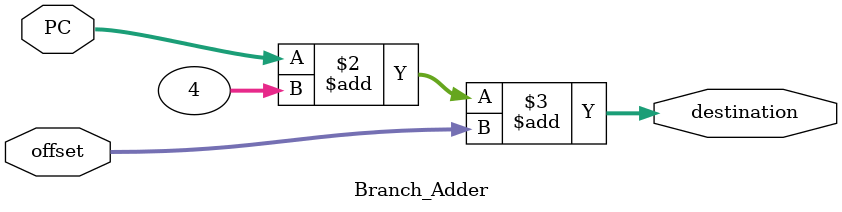
<source format=v>

module Branch_Adder(
    input [31:0]PC,                    
    input [31:0]offset,                 
    output reg [31:0]destination     
);

    always @(*) begin
        destination <= PC +4+ offset;  
    end

endmodule


</source>
